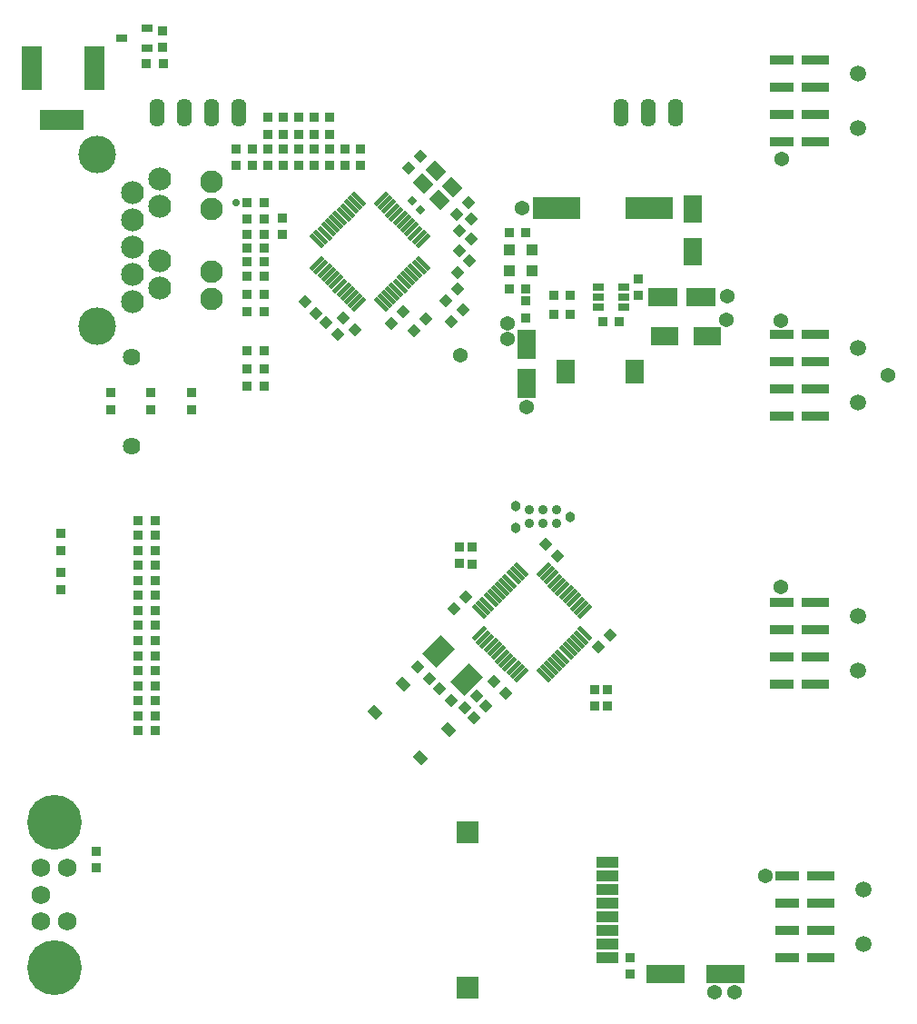
<source format=gts>
G04*
G04 #@! TF.GenerationSoftware,Altium Limited,Altium Designer,19.1.9 (167)*
G04*
G04 Layer_Color=8388736*
%FSLAX25Y25*%
%MOIN*%
G70*
G01*
G75*
%ADD16R,0.03943X0.02762*%
%ADD17R,0.08274X0.03943*%
%ADD18R,0.08274X0.08274*%
%ADD19R,0.03550X0.03550*%
%ADD20R,0.06699X0.09061*%
%ADD21R,0.08668X0.03550*%
%ADD22R,0.10243X0.03550*%
%ADD23R,0.14179X0.06699*%
%ADD24R,0.03747X0.03747*%
G04:AMPARAMS|DCode=25|XSize=70.93mil|YSize=98.49mil|CornerRadius=0mil|HoleSize=0mil|Usage=FLASHONLY|Rotation=315.000|XOffset=0mil|YOffset=0mil|HoleType=Round|Shape=Rectangle|*
%AMROTATEDRECTD25*
4,1,4,-0.05990,-0.00974,0.00974,0.05990,0.05990,0.00974,-0.00974,-0.05990,-0.05990,-0.00974,0.0*
%
%ADD25ROTATEDRECTD25*%

%ADD26R,0.03747X0.03747*%
%ADD27P,0.03628X4X180.0*%
%ADD28P,0.05298X4X270.0*%
G04:AMPARAMS|DCode=29|XSize=59.12mil|YSize=51.24mil|CornerRadius=0mil|HoleSize=0mil|Usage=FLASHONLY|Rotation=315.000|XOffset=0mil|YOffset=0mil|HoleType=Round|Shape=Rectangle|*
%AMROTATEDRECTD29*
4,1,4,-0.03902,0.00278,-0.00278,0.03902,0.03902,-0.00278,0.00278,-0.03902,-0.03902,0.00278,0.0*
%
%ADD29ROTATEDRECTD29*%

%ADD30P,0.05298X4X360.0*%
G04:AMPARAMS|DCode=31|XSize=15mil|YSize=62mil|CornerRadius=0mil|HoleSize=0mil|Usage=FLASHONLY|Rotation=315.000|XOffset=0mil|YOffset=0mil|HoleType=Round|Shape=Rectangle|*
%AMROTATEDRECTD31*
4,1,4,-0.02722,-0.01662,0.01662,0.02722,0.02722,0.01662,-0.01662,-0.02722,-0.02722,-0.01662,0.0*
%
%ADD31ROTATEDRECTD31*%

G04:AMPARAMS|DCode=32|XSize=15mil|YSize=62mil|CornerRadius=0mil|HoleSize=0mil|Usage=FLASHONLY|Rotation=225.000|XOffset=0mil|YOffset=0mil|HoleType=Round|Shape=Rectangle|*
%AMROTATEDRECTD32*
4,1,4,-0.01662,0.02722,0.02722,-0.01662,0.01662,-0.02722,-0.02722,0.01662,-0.01662,0.02722,0.0*
%
%ADD32ROTATEDRECTD32*%

%ADD33R,0.03943X0.04337*%
%ADD34R,0.06699X0.10636*%
%ADD35R,0.07093X0.10243*%
%ADD36R,0.10636X0.06699*%
G04:AMPARAMS|DCode=37|XSize=43.37mil|YSize=33.53mil|CornerRadius=0mil|HoleSize=0mil|Usage=FLASHONLY|Rotation=315.000|XOffset=0mil|YOffset=0mil|HoleType=Round|Shape=Rectangle|*
%AMROTATEDRECTD37*
4,1,4,-0.02719,0.00348,-0.00348,0.02719,0.02719,-0.00348,0.00348,-0.02719,-0.02719,0.00348,0.0*
%
%ADD37ROTATEDRECTD37*%

%ADD38C,0.03500*%
%ADD39R,0.10243X0.07093*%
%ADD40R,0.17723X0.07880*%
%ADD41O,0.05400X0.10400*%
%ADD42C,0.05912*%
%ADD43C,0.08400*%
%ADD44C,0.08274*%
%ADD45C,0.00400*%
%ADD46C,0.13786*%
%ADD47R,0.07487X0.16148*%
%ADD48R,0.16148X0.07487*%
%ADD49C,0.06896*%
%ADD50C,0.20085*%
%ADD51C,0.03800*%
%ADD52C,0.06400*%
%ADD53C,0.05400*%
%ADD54C,0.02762*%
D16*
X53500Y369500D02*
D03*
X62555Y373240D02*
D03*
Y365760D02*
D03*
X237528Y270760D02*
D03*
Y274500D02*
D03*
Y278240D02*
D03*
X228472D02*
D03*
Y274500D02*
D03*
Y270760D02*
D03*
D17*
X231681Y32024D02*
D03*
Y37024D02*
D03*
Y42024D02*
D03*
Y47024D02*
D03*
Y52024D02*
D03*
Y57024D02*
D03*
Y62024D02*
D03*
Y67024D02*
D03*
D18*
X180500Y21000D02*
D03*
Y78047D02*
D03*
D19*
X49213Y233071D02*
D03*
Y239370D02*
D03*
X64173Y233071D02*
D03*
Y239370D02*
D03*
X79134Y233071D02*
D03*
Y239370D02*
D03*
D20*
X216402Y247000D02*
D03*
X241598D02*
D03*
D21*
X297677Y62051D02*
D03*
Y52051D02*
D03*
Y42051D02*
D03*
Y32051D02*
D03*
X295709Y260870D02*
D03*
Y250870D02*
D03*
Y240870D02*
D03*
Y230870D02*
D03*
X295709Y132445D02*
D03*
Y142445D02*
D03*
Y152445D02*
D03*
Y162445D02*
D03*
Y361264D02*
D03*
Y351264D02*
D03*
Y341264D02*
D03*
Y331264D02*
D03*
D22*
X310000Y62051D02*
D03*
Y52051D02*
D03*
Y42051D02*
D03*
Y32051D02*
D03*
X308032Y260870D02*
D03*
Y250870D02*
D03*
Y240870D02*
D03*
Y230870D02*
D03*
X308031Y132445D02*
D03*
Y142445D02*
D03*
Y152445D02*
D03*
Y162445D02*
D03*
Y361264D02*
D03*
Y351264D02*
D03*
Y341264D02*
D03*
Y331264D02*
D03*
D23*
X274924Y26200D02*
D03*
X252876D02*
D03*
D24*
X227100Y124449D02*
D03*
Y130551D02*
D03*
X231800D02*
D03*
Y124449D02*
D03*
X129700Y334249D02*
D03*
Y340351D02*
D03*
X124000Y334249D02*
D03*
Y340351D02*
D03*
X118300Y334249D02*
D03*
Y340351D02*
D03*
X112600Y334249D02*
D03*
Y340351D02*
D03*
X106900Y334249D02*
D03*
Y340351D02*
D03*
X112500Y297449D02*
D03*
Y303551D02*
D03*
X135400Y322749D02*
D03*
Y328851D02*
D03*
X141100Y322749D02*
D03*
Y328851D02*
D03*
X129700Y322749D02*
D03*
Y328851D02*
D03*
X124000Y322749D02*
D03*
Y328851D02*
D03*
X118300Y322749D02*
D03*
Y328851D02*
D03*
X112600Y322749D02*
D03*
Y328851D02*
D03*
X106900Y322749D02*
D03*
Y328851D02*
D03*
X101200Y322749D02*
D03*
Y328851D02*
D03*
X95500Y322749D02*
D03*
Y328851D02*
D03*
X182000Y182651D02*
D03*
Y176549D02*
D03*
X177400Y176600D02*
D03*
Y182702D02*
D03*
X31000Y173351D02*
D03*
Y167249D02*
D03*
Y181549D02*
D03*
Y187651D02*
D03*
X201700Y272951D02*
D03*
Y266849D02*
D03*
X68500Y372051D02*
D03*
Y365949D02*
D03*
X44100Y71151D02*
D03*
Y65049D02*
D03*
X240100Y32051D02*
D03*
Y25949D02*
D03*
X243000Y274949D02*
D03*
Y281051D02*
D03*
D25*
X169850Y144250D02*
D03*
X180150Y133950D02*
D03*
D26*
X201751Y298000D02*
D03*
X195649D02*
D03*
X105551Y269000D02*
D03*
X99449D02*
D03*
X105551Y275500D02*
D03*
X99449D02*
D03*
X105551Y282000D02*
D03*
X99449D02*
D03*
X105551Y287500D02*
D03*
X99449D02*
D03*
X105551Y292500D02*
D03*
X99449D02*
D03*
X105551Y297500D02*
D03*
X99449D02*
D03*
Y303000D02*
D03*
X105551D02*
D03*
X99449Y309100D02*
D03*
X105551D02*
D03*
X59449Y115347D02*
D03*
X65551D02*
D03*
X59449Y120858D02*
D03*
X65551D02*
D03*
Y126370D02*
D03*
X59449D02*
D03*
Y131882D02*
D03*
X65551D02*
D03*
Y142906D02*
D03*
X59449D02*
D03*
Y148417D02*
D03*
X65551D02*
D03*
Y153929D02*
D03*
X59449D02*
D03*
X65551Y159441D02*
D03*
X59449D02*
D03*
X65551Y164953D02*
D03*
X59449D02*
D03*
Y170465D02*
D03*
X65551D02*
D03*
X59449Y181488D02*
D03*
X65551D02*
D03*
X59449Y187000D02*
D03*
X65551D02*
D03*
Y175976D02*
D03*
X59449D02*
D03*
Y192512D02*
D03*
X65551D02*
D03*
X236051Y265500D02*
D03*
X229949D02*
D03*
X211949Y268000D02*
D03*
X218051D02*
D03*
X211949Y275000D02*
D03*
X218051D02*
D03*
X62449Y360000D02*
D03*
X68551D02*
D03*
X59449Y137394D02*
D03*
X65551D02*
D03*
X99449Y254800D02*
D03*
X105551D02*
D03*
Y248200D02*
D03*
X99449D02*
D03*
Y241600D02*
D03*
X105551D02*
D03*
X195649Y277300D02*
D03*
X201751D02*
D03*
D27*
X163126Y306374D02*
D03*
X159874Y309626D02*
D03*
D28*
X158842Y321842D02*
D03*
X163158Y326158D02*
D03*
X186958Y124558D02*
D03*
X182642Y120242D02*
D03*
X179364Y123714D02*
D03*
X183679Y128029D02*
D03*
X175342Y160042D02*
D03*
X179658Y164358D02*
D03*
X181558Y303158D02*
D03*
X177242Y298842D02*
D03*
X180658Y309158D02*
D03*
X176342Y304842D02*
D03*
X181758Y295758D02*
D03*
X177442Y291442D02*
D03*
X181158Y287858D02*
D03*
X176842Y283542D02*
D03*
X176658Y277358D02*
D03*
X172342Y273042D02*
D03*
X232558Y150558D02*
D03*
X228242Y146242D02*
D03*
X178758Y269658D02*
D03*
X174442Y265342D02*
D03*
X152342Y264842D02*
D03*
X156658Y269158D02*
D03*
X160742Y262042D02*
D03*
X165058Y266358D02*
D03*
D29*
X170000Y310000D02*
D03*
X163875Y316125D02*
D03*
X174733Y314733D02*
D03*
X168608Y320857D02*
D03*
D30*
X174358Y126542D02*
D03*
X170042Y130858D02*
D03*
X162142Y138758D02*
D03*
X166458Y134442D02*
D03*
X139158Y262542D02*
D03*
X134842Y266858D02*
D03*
X132658Y260742D02*
D03*
X128342Y265058D02*
D03*
X120542Y272758D02*
D03*
X124858Y268442D02*
D03*
X213358Y179542D02*
D03*
X209042Y183858D02*
D03*
X190042Y133258D02*
D03*
X194358Y128942D02*
D03*
D31*
X219302Y163298D02*
D03*
X220716Y161884D02*
D03*
X216544Y166056D02*
D03*
X217958Y164642D02*
D03*
X222130Y160470D02*
D03*
X223474Y159126D02*
D03*
X209544Y173056D02*
D03*
X210958Y171642D02*
D03*
X208200Y174400D02*
D03*
X213715Y168885D02*
D03*
X215130Y167470D02*
D03*
X212372Y170228D02*
D03*
X194482Y141166D02*
D03*
X195826Y139822D02*
D03*
X193068Y142580D02*
D03*
X198654Y136994D02*
D03*
X199998Y135651D02*
D03*
X197240Y138408D02*
D03*
X186068Y149581D02*
D03*
X187482Y148166D02*
D03*
X184724Y150924D02*
D03*
X190239Y145409D02*
D03*
X191654Y143994D02*
D03*
X188896Y146752D02*
D03*
X148601Y310375D02*
D03*
X149945Y309031D02*
D03*
X151359Y307617D02*
D03*
X152773Y306203D02*
D03*
X154117Y304859D02*
D03*
X155531Y303445D02*
D03*
X156945Y302031D02*
D03*
X158359Y300617D02*
D03*
X159703Y299273D02*
D03*
X161117Y297859D02*
D03*
X162531Y296445D02*
D03*
X163875Y295101D02*
D03*
X140399Y271625D02*
D03*
X139055Y272969D02*
D03*
X137641Y274383D02*
D03*
X136227Y275797D02*
D03*
X134883Y277141D02*
D03*
X133469Y278555D02*
D03*
X132055Y279969D02*
D03*
X130641Y281383D02*
D03*
X129297Y282727D02*
D03*
X127883Y284141D02*
D03*
X126469Y285555D02*
D03*
X125125Y286899D02*
D03*
D32*
X223474Y150924D02*
D03*
X222130Y149581D02*
D03*
X220716Y148166D02*
D03*
X219302Y146752D02*
D03*
X217958Y145409D02*
D03*
X216544Y143994D02*
D03*
X215130Y142580D02*
D03*
X213715Y141166D02*
D03*
X212372Y139822D02*
D03*
X210958Y138408D02*
D03*
X209544Y136994D02*
D03*
X208200Y135651D02*
D03*
X199998Y174400D02*
D03*
X198654Y173056D02*
D03*
X197240Y171642D02*
D03*
X195826Y170228D02*
D03*
X194482Y168885D02*
D03*
X193068Y167470D02*
D03*
X191654Y166056D02*
D03*
X190239Y164642D02*
D03*
X188896Y163298D02*
D03*
X187482Y161884D02*
D03*
X186068Y160470D02*
D03*
X184724Y159126D02*
D03*
X126469Y296445D02*
D03*
X125125Y295101D02*
D03*
X127883Y297859D02*
D03*
X129297Y299273D02*
D03*
X130641Y300617D02*
D03*
X132055Y302031D02*
D03*
X133469Y303445D02*
D03*
X134883Y304859D02*
D03*
X136227Y306203D02*
D03*
X137641Y307617D02*
D03*
X139055Y309031D02*
D03*
X140399Y310375D02*
D03*
X163875Y286899D02*
D03*
X162531Y285555D02*
D03*
X161117Y284141D02*
D03*
X159703Y282727D02*
D03*
X158359Y281383D02*
D03*
X156945Y279969D02*
D03*
X155531Y278555D02*
D03*
X154117Y277141D02*
D03*
X152773Y275797D02*
D03*
X151359Y274383D02*
D03*
X149945Y272969D02*
D03*
X148601Y271625D02*
D03*
D33*
X195747Y284100D02*
D03*
X204015D02*
D03*
X195747Y291800D02*
D03*
X204015D02*
D03*
D34*
X202000Y257087D02*
D03*
Y242913D02*
D03*
D35*
X263000Y306874D02*
D03*
Y291126D02*
D03*
D36*
X251913Y274500D02*
D03*
X266087D02*
D03*
D37*
X173500Y115800D02*
D03*
X163060Y105360D02*
D03*
X146357Y122064D02*
D03*
X156797Y132503D02*
D03*
D38*
X208100Y196400D02*
D03*
X213100D02*
D03*
X203100Y191400D02*
D03*
Y196400D02*
D03*
X208100Y191400D02*
D03*
X213100D02*
D03*
D39*
X252626Y260000D02*
D03*
X268374D02*
D03*
D40*
X247126Y307000D02*
D03*
X212874D02*
D03*
D41*
X236658Y342000D02*
D03*
X246657D02*
D03*
X256658D02*
D03*
X96500D02*
D03*
X86500D02*
D03*
X76500D02*
D03*
X66500D02*
D03*
D42*
X325787Y57051D02*
D03*
Y37051D02*
D03*
X323819Y255870D02*
D03*
Y235870D02*
D03*
X323819Y137445D02*
D03*
Y157445D02*
D03*
Y356264D02*
D03*
Y336264D02*
D03*
D43*
X57480Y272776D02*
D03*
Y282776D02*
D03*
X67480Y277776D02*
D03*
X57480Y292776D02*
D03*
Y302776D02*
D03*
Y312776D02*
D03*
X67480Y287776D02*
D03*
Y307776D02*
D03*
Y317776D02*
D03*
D44*
X86496Y273760D02*
D03*
X86496Y283760D02*
D03*
X86496Y306791D02*
D03*
Y316791D02*
D03*
D45*
X32480Y272776D02*
D03*
Y317776D02*
D03*
D46*
X44488Y326772D02*
D03*
Y263780D02*
D03*
D47*
X43291Y358268D02*
D03*
X20457D02*
D03*
D48*
X31480Y339370D02*
D03*
D49*
X33465Y64961D02*
D03*
X23622Y55118D02*
D03*
X33465Y45276D02*
D03*
X23622D02*
D03*
Y64961D02*
D03*
D50*
X28543Y81693D02*
D03*
Y28543D02*
D03*
D51*
X198100Y197900D02*
D03*
Y189900D02*
D03*
X218100Y193900D02*
D03*
D52*
X57087Y252559D02*
D03*
Y219882D02*
D03*
D53*
X275500Y266200D02*
D03*
X275800Y274800D02*
D03*
X278500Y19400D02*
D03*
X271000D02*
D03*
X195000Y264800D02*
D03*
Y259200D02*
D03*
X334800Y245800D02*
D03*
X202000Y234000D02*
D03*
X177700Y253200D02*
D03*
X295300Y168100D02*
D03*
X295400Y265900D02*
D03*
X295700Y325000D02*
D03*
X289600Y62200D02*
D03*
X200500Y307000D02*
D03*
D54*
X95500Y309100D02*
D03*
M02*

</source>
